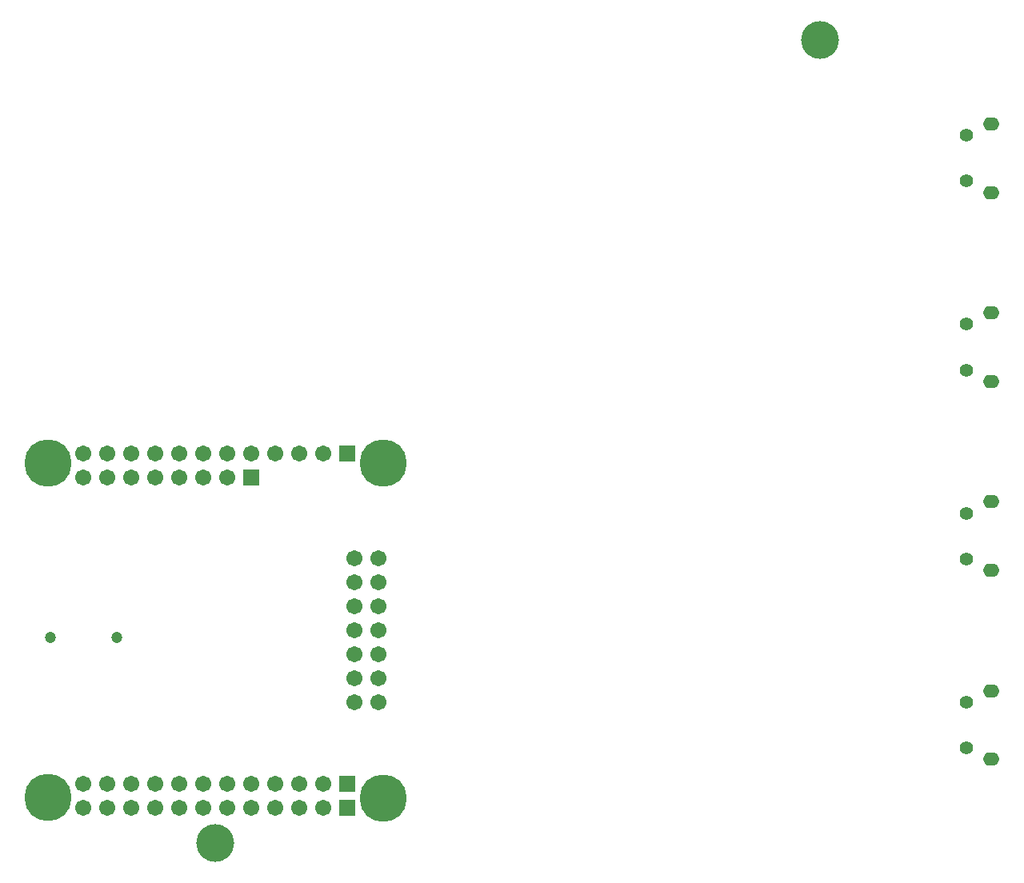
<source format=gbs>
G04 Layer_Color=16711935*
%FSLAX25Y25*%
%MOIN*%
G70*
G01*
G75*
%ADD54C,0.15748*%
%ADD61C,0.04737*%
%ADD77C,0.19698*%
%ADD78C,0.06706*%
%ADD79R,0.06706X0.06706*%
%ADD80O,0.06706X0.05524*%
%ADD81C,0.05524*%
D54*
X173228Y167323D02*
D03*
X-78760Y-167342D02*
D03*
D61*
X-119961Y-81500D02*
D03*
X-147480D02*
D03*
D77*
X-148480Y-148380D02*
D03*
Y-8980D02*
D03*
X-8980Y-148480D02*
D03*
Y-9080D02*
D03*
D78*
X-33740Y-152680D02*
D03*
X-43740D02*
D03*
X-53740D02*
D03*
X-63740D02*
D03*
X-73740D02*
D03*
X-83740D02*
D03*
X-93740D02*
D03*
X-103740D02*
D03*
X-113740D02*
D03*
X-123740D02*
D03*
X-133740D02*
D03*
X-33740Y-142680D02*
D03*
X-43740D02*
D03*
X-53740D02*
D03*
X-63740D02*
D03*
X-73740D02*
D03*
X-83740D02*
D03*
X-93740D02*
D03*
X-103740D02*
D03*
X-113740D02*
D03*
X-123740D02*
D03*
X-133740D02*
D03*
X-73740Y-15000D02*
D03*
X-83740D02*
D03*
X-93740D02*
D03*
X-103740D02*
D03*
X-113740D02*
D03*
X-123740D02*
D03*
X-133740D02*
D03*
X-33740Y-5000D02*
D03*
X-43740D02*
D03*
X-53740D02*
D03*
X-63740D02*
D03*
X-73740D02*
D03*
X-83740D02*
D03*
X-93740D02*
D03*
X-103740D02*
D03*
X-113740D02*
D03*
X-123740D02*
D03*
X-133740D02*
D03*
X-10748Y-88740D02*
D03*
Y-98740D02*
D03*
Y-108740D02*
D03*
X-20748Y-88740D02*
D03*
Y-98740D02*
D03*
Y-108740D02*
D03*
X-10748Y-78740D02*
D03*
Y-68740D02*
D03*
Y-58740D02*
D03*
Y-48740D02*
D03*
X-20748Y-78740D02*
D03*
Y-68740D02*
D03*
Y-58740D02*
D03*
Y-48740D02*
D03*
D79*
X-23740Y-152680D02*
D03*
Y-142680D02*
D03*
X-63740Y-15000D02*
D03*
X-23740Y-5000D02*
D03*
D80*
X244614Y-25118D02*
D03*
Y-53661D02*
D03*
Y-103858D02*
D03*
Y-132402D02*
D03*
Y132362D02*
D03*
Y103819D02*
D03*
Y53622D02*
D03*
Y25079D02*
D03*
D81*
X234063Y-48937D02*
D03*
X234063Y-29842D02*
D03*
X234063Y-127677D02*
D03*
X234063Y-108583D02*
D03*
X234063Y108543D02*
D03*
X234063Y127638D02*
D03*
X234063Y29803D02*
D03*
X234063Y48898D02*
D03*
M02*

</source>
